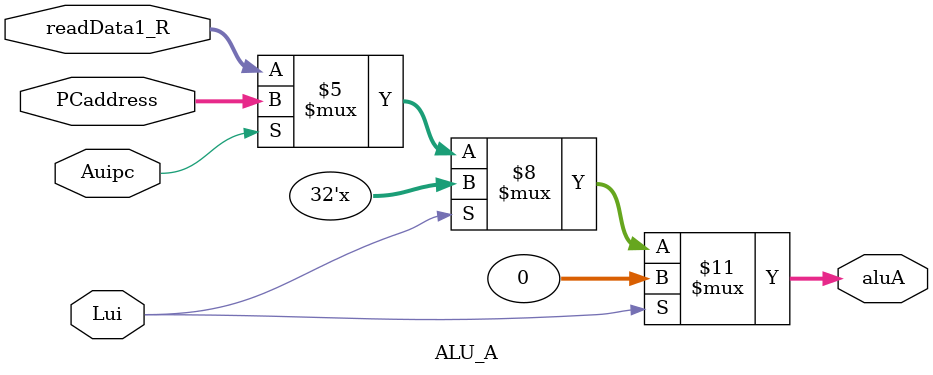
<source format=v>
module ALU_A(
    input Lui,
    input Auipc,
    input [31:0] readData1_R,
    input [31:0] PCaddress,
    output reg [31:0] aluA
);
    always @(*) begin
        if(Lui == 1'b1) aluA = {32{1'b0}};
        else if(Auipc == 1'b1) aluA = PCaddress;
        else aluA = readData1_R;
    end
endmodule
</source>
